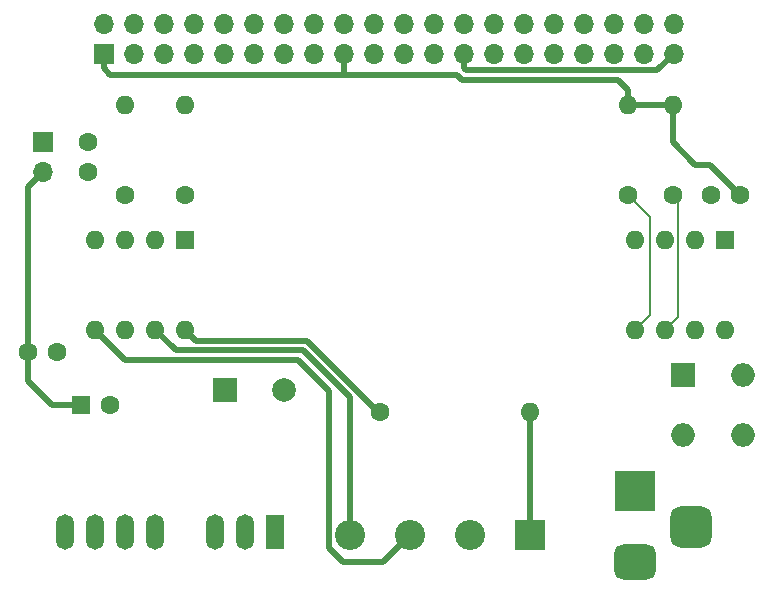
<source format=gbr>
G04 #@! TF.GenerationSoftware,KiCad,Pcbnew,7.0.10*
G04 #@! TF.CreationDate,2024-02-03T15:41:00-08:00*
G04 #@! TF.ProjectId,rpi-simplex-clock-hat,7270692d-7369-46d7-906c-65782d636c6f,0*
G04 #@! TF.SameCoordinates,Original*
G04 #@! TF.FileFunction,Copper,L1,Top*
G04 #@! TF.FilePolarity,Positive*
%FSLAX46Y46*%
G04 Gerber Fmt 4.6, Leading zero omitted, Abs format (unit mm)*
G04 Created by KiCad (PCBNEW 7.0.10) date 2024-02-03 15:41:00*
%MOMM*%
%LPD*%
G01*
G04 APERTURE LIST*
G04 Aperture macros list*
%AMRoundRect*
0 Rectangle with rounded corners*
0 $1 Rounding radius*
0 $2 $3 $4 $5 $6 $7 $8 $9 X,Y pos of 4 corners*
0 Add a 4 corners polygon primitive as box body*
4,1,4,$2,$3,$4,$5,$6,$7,$8,$9,$2,$3,0*
0 Add four circle primitives for the rounded corners*
1,1,$1+$1,$2,$3*
1,1,$1+$1,$4,$5*
1,1,$1+$1,$6,$7*
1,1,$1+$1,$8,$9*
0 Add four rect primitives between the rounded corners*
20,1,$1+$1,$2,$3,$4,$5,0*
20,1,$1+$1,$4,$5,$6,$7,0*
20,1,$1+$1,$6,$7,$8,$9,0*
20,1,$1+$1,$8,$9,$2,$3,0*%
G04 Aperture macros list end*
G04 #@! TA.AperFunction,ComponentPad*
%ADD10R,1.500000X3.000000*%
G04 #@! TD*
G04 #@! TA.AperFunction,ComponentPad*
%ADD11O,1.500000X3.000000*%
G04 #@! TD*
G04 #@! TA.AperFunction,ComponentPad*
%ADD12R,2.550000X2.550000*%
G04 #@! TD*
G04 #@! TA.AperFunction,ComponentPad*
%ADD13C,2.550000*%
G04 #@! TD*
G04 #@! TA.AperFunction,ComponentPad*
%ADD14C,1.600000*%
G04 #@! TD*
G04 #@! TA.AperFunction,ComponentPad*
%ADD15R,2.000000X2.000000*%
G04 #@! TD*
G04 #@! TA.AperFunction,ComponentPad*
%ADD16C,2.000000*%
G04 #@! TD*
G04 #@! TA.AperFunction,ComponentPad*
%ADD17R,1.600000X1.600000*%
G04 #@! TD*
G04 #@! TA.AperFunction,ComponentPad*
%ADD18O,1.600000X1.600000*%
G04 #@! TD*
G04 #@! TA.AperFunction,ComponentPad*
%ADD19R,1.700000X1.700000*%
G04 #@! TD*
G04 #@! TA.AperFunction,ComponentPad*
%ADD20O,1.700000X1.700000*%
G04 #@! TD*
G04 #@! TA.AperFunction,ComponentPad*
%ADD21O,2.000000X2.000000*%
G04 #@! TD*
G04 #@! TA.AperFunction,ComponentPad*
%ADD22R,3.500000X3.500000*%
G04 #@! TD*
G04 #@! TA.AperFunction,ComponentPad*
%ADD23RoundRect,0.750000X1.000000X-0.750000X1.000000X0.750000X-1.000000X0.750000X-1.000000X-0.750000X0*%
G04 #@! TD*
G04 #@! TA.AperFunction,ComponentPad*
%ADD24RoundRect,0.875000X0.875000X-0.875000X0.875000X0.875000X-0.875000X0.875000X-0.875000X-0.875000X0*%
G04 #@! TD*
G04 #@! TA.AperFunction,Conductor*
%ADD25C,0.500000*%
G04 #@! TD*
G04 #@! TA.AperFunction,Conductor*
%ADD26C,0.200000*%
G04 #@! TD*
G04 APERTURE END LIST*
D10*
X122860000Y-89205000D03*
D11*
X120320000Y-89205000D03*
X117780000Y-89205000D03*
X112700000Y-89205000D03*
X110160000Y-89205000D03*
X107620000Y-89205000D03*
X105080000Y-89205000D03*
D12*
X144450000Y-89477500D03*
D13*
X139370000Y-89477500D03*
X134290000Y-89477500D03*
X129210000Y-89477500D03*
D14*
X101925000Y-73965000D03*
X104425000Y-73965000D03*
D15*
X118587323Y-77140000D03*
D16*
X123587323Y-77140000D03*
D14*
X106985000Y-56185000D03*
X106985000Y-58685000D03*
D17*
X115240000Y-64440000D03*
D18*
X112700000Y-64440000D03*
X110160000Y-64440000D03*
X107620000Y-64440000D03*
X107620000Y-72060000D03*
X110160000Y-72060000D03*
X112700000Y-72060000D03*
X115240000Y-72060000D03*
D14*
X131750000Y-79045000D03*
D18*
X144450000Y-79045000D03*
D19*
X103175000Y-56185000D03*
D20*
X103175000Y-58725000D03*
D14*
X156515000Y-60630000D03*
D18*
X156515000Y-53010000D03*
D15*
X157355000Y-75870000D03*
D21*
X157355000Y-80950000D03*
X162435000Y-80950000D03*
X162435000Y-75870000D03*
D14*
X115240000Y-60630000D03*
D18*
X115240000Y-53010000D03*
D14*
X162230000Y-60630000D03*
X159730000Y-60630000D03*
D17*
X160950000Y-64440000D03*
D18*
X158410000Y-64440000D03*
X155870000Y-64440000D03*
X153330000Y-64440000D03*
X153330000Y-72060000D03*
X155870000Y-72060000D03*
X158410000Y-72060000D03*
X160950000Y-72060000D03*
D14*
X152705000Y-60630000D03*
D18*
X152705000Y-53010000D03*
D14*
X110160000Y-60630000D03*
D18*
X110160000Y-53010000D03*
D22*
X153340000Y-85745000D03*
D23*
X153340000Y-91745000D03*
D24*
X158040000Y-88745000D03*
D17*
X106390000Y-78410000D03*
D14*
X108890000Y-78410000D03*
D19*
X108370000Y-48720000D03*
D20*
X108370000Y-46180000D03*
X110910000Y-48720000D03*
X110910000Y-46180000D03*
X113450000Y-48720000D03*
X113450000Y-46180000D03*
X115990000Y-48720000D03*
X115990000Y-46180000D03*
X118530000Y-48720000D03*
X118530000Y-46180000D03*
X121070000Y-48720000D03*
X121070000Y-46180000D03*
X123610000Y-48720000D03*
X123610000Y-46180000D03*
X126150000Y-48720000D03*
X126150000Y-46180000D03*
X128690000Y-48720000D03*
X128690000Y-46180000D03*
X131230000Y-48720000D03*
X131230000Y-46180000D03*
X133770000Y-48720000D03*
X133770000Y-46180000D03*
X136310000Y-48720000D03*
X136310000Y-46180000D03*
X138850000Y-48720000D03*
X138850000Y-46180000D03*
X141390000Y-48720000D03*
X141390000Y-46180000D03*
X143930000Y-48720000D03*
X143930000Y-46180000D03*
X146470000Y-48720000D03*
X146470000Y-46180000D03*
X149010000Y-48720000D03*
X149010000Y-46180000D03*
X151550000Y-48720000D03*
X151550000Y-46180000D03*
X154090000Y-48720000D03*
X154090000Y-46180000D03*
X156630000Y-48720000D03*
X156630000Y-46180000D03*
D25*
X138850000Y-48720000D02*
X138850000Y-49950000D01*
X138850000Y-49950000D02*
X139020000Y-50120000D01*
X139020000Y-50120000D02*
X155230000Y-50120000D01*
X155230000Y-50120000D02*
X156630000Y-48720000D01*
D26*
X154610000Y-70780000D02*
X153330000Y-72060000D01*
X152705000Y-60630000D02*
X154610000Y-62535000D01*
X154610000Y-62535000D02*
X154610000Y-70780000D01*
X156970000Y-70960000D02*
X155870000Y-72060000D01*
X156515000Y-60630000D02*
X156970000Y-61085000D01*
X156970000Y-61085000D02*
X156970000Y-70960000D01*
D25*
X103175000Y-58725000D02*
X101925000Y-59975000D01*
X103948630Y-78410000D02*
X101925000Y-76386370D01*
X106390000Y-78410000D02*
X103948630Y-78410000D01*
X101925000Y-59975000D02*
X101925000Y-73965000D01*
X101925000Y-76386370D02*
X101925000Y-73965000D01*
X156515000Y-56185000D02*
X158420000Y-58090000D01*
X159690000Y-58090000D02*
X162230000Y-60630000D01*
X128690000Y-48720000D02*
X128690000Y-49950000D01*
X154610000Y-53010000D02*
X156515000Y-53010000D01*
X138688629Y-50920000D02*
X151885000Y-50920000D01*
X128690000Y-50470000D02*
X138238629Y-50470000D01*
X151885000Y-50920000D02*
X152705000Y-51740000D01*
X152705000Y-53010000D02*
X154610000Y-53010000D01*
X128690000Y-50470000D02*
X128690000Y-49950000D01*
X108370000Y-49950000D02*
X108890000Y-50470000D01*
X156515000Y-53010000D02*
X156515000Y-56185000D01*
X138238629Y-50470000D02*
X138688629Y-50920000D01*
X108890000Y-50470000D02*
X128690000Y-50470000D01*
X152705000Y-51740000D02*
X152705000Y-53010000D01*
X108370000Y-48720000D02*
X108370000Y-49950000D01*
X158420000Y-58090000D02*
X159690000Y-58090000D01*
X144450000Y-89477500D02*
X144450000Y-79045000D01*
X128575000Y-91745000D02*
X127385000Y-90555000D01*
X110160000Y-74600000D02*
X107620000Y-72060000D01*
X127385000Y-77220000D02*
X124765000Y-74600000D01*
X132022500Y-91745000D02*
X128575000Y-91745000D01*
X134290000Y-89477500D02*
X132022500Y-91745000D01*
X124765000Y-74600000D02*
X110160000Y-74600000D01*
X127385000Y-90555000D02*
X127385000Y-77220000D01*
X131611370Y-79045000D02*
X125566370Y-73000000D01*
X116180000Y-73000000D02*
X115240000Y-72060000D01*
X131750000Y-79045000D02*
X131611370Y-79045000D01*
X125566370Y-73000000D02*
X116180000Y-73000000D01*
X114440000Y-73800000D02*
X125235000Y-73800000D01*
X112700000Y-72060000D02*
X114440000Y-73800000D01*
X125235000Y-73800000D02*
X129210000Y-77775000D01*
X129210000Y-77775000D02*
X129210000Y-89477500D01*
M02*

</source>
